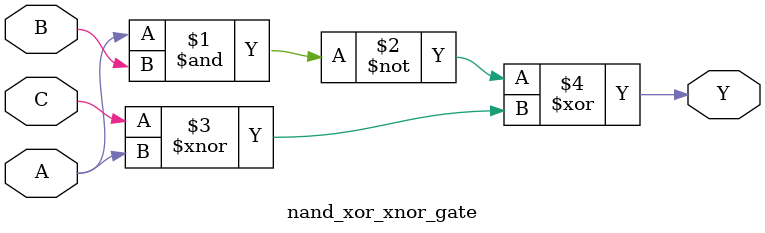
<source format=sv>
module nand_xor_xnor_gate (
    input wire A, B, C,   // 输入A, B, C
    output wire Y         // 输出Y
);
    assign Y = ~(A & B) ^ (C ~^ A);  // 与非、异或和同或组合
endmodule

</source>
